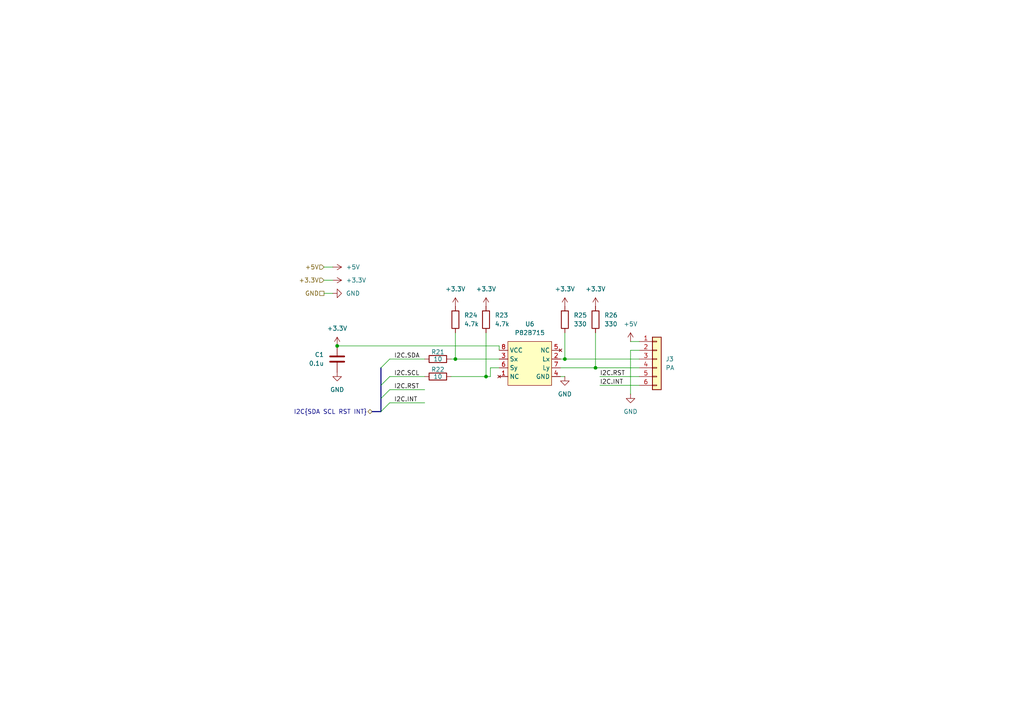
<source format=kicad_sch>
(kicad_sch (version 20250114) (generator "eeschema") (generator_version "9.0")
  (paper "A4")
  (lib_symbols
    (symbol "Connector_Generic:Conn_01x06" (pin_names (offset 1.016) (hide yes))
      (property "Reference" "J" (at 0 7.62 0))
      (property "Value" "Conn_01x06" (at 0 -10.16 0))
      (symbol "Conn_01x06_1_1"
        (rectangle (start -1.27 6.35) (end 1.27 -8.89) (stroke (width 0.254)) (fill (type background)))
        (rectangle (start -1.27 5.207) (end 0 4.953) (stroke (width 0.1524)))
        (rectangle (start -1.27 2.667) (end 0 2.413) (stroke (width 0.1524)))
        (rectangle (start -1.27 0.127) (end 0 -0.127) (stroke (width 0.1524)))
        (rectangle (start -1.27 -2.413) (end 0 -2.667) (stroke (width 0.1524)))
        (rectangle (start -1.27 -4.953) (end 0 -5.207) (stroke (width 0.1524)))
        (rectangle (start -1.27 -7.493) (end 0 -7.747) (stroke (width 0.1524)))
        (pin passive line (at -5.08 5.08 0) (length 3.81) (name "Pin_1") (number "1"))
        (pin passive line (at -5.08 2.54 0) (length 3.81) (name "Pin_2") (number "2"))
        (pin passive line (at -5.08 0 0) (length 3.81) (name "Pin_3") (number "3"))
        (pin passive line (at -5.08 -2.54 0) (length 3.81) (name "Pin_4") (number "4"))
        (pin passive line (at -5.08 -5.08 0) (length 3.81) (name "Pin_5") (number "5"))
        (pin passive line (at -5.08 -7.62 0) (length 3.81) (name "Pin_6") (number "6"))
      )
    )
    (symbol "Device:C" (pin_numbers (hide yes)) (pin_names (offset 0.254))
      (property "Reference" "C" (at 0.635 2.54 0))
      (property "Value" "C" (at 0.635 -2.54 0))
      (symbol "C_0_1"
        (polyline (pts (xy -2.032 0.762) (xy 2.032 0.762)) (stroke (width 0.508)))
        (polyline (pts (xy -2.032 -0.762) (xy 2.032 -0.762)) (stroke (width 0.508)))
      )
      (symbol "C_1_1"
        (pin passive line (at 0 3.81 270) (length 2.794) (name "~") (number "1"))
        (pin passive line (at 0 -3.81 90) (length 2.794) (name "~") (number "2"))
      )
    )
    (symbol "Device:R" (pin_numbers (hide yes)) (pin_names (offset 0))
      (property "Reference" "R" (at 2.032 0 90))
      (property "Value" "R" (at 0 0 90))
      (symbol "R_0_1"
        (rectangle (start -1.016 -2.54) (end 1.016 2.54) (stroke (width 0.254)))
      )
      (symbol "R_1_1"
        (pin passive line (at 0 3.81 270) (length 1.27) (name "~") (number "1"))
        (pin passive line (at 0 -3.81 90) (length 1.27) (name "~") (number "2"))
      )
    )
    (symbol "mylib:P82B715"
      (property "Reference" "U" (at 0 2.794 0))
      (property "Value" "P82B715" (at 0 1.016 0))
      (symbol "P82B715_1_1"
        (rectangle (start -6.35 0) (end 6.35 -12.7) (fill (type background)))
        (pin power_in line (at -8.89 -2.54 0) (length 2.54) (name "VCC") (number "8"))
        (pin bidirectional line (at -8.89 -5.08 0) (length 2.54) (name "Sx") (number "3"))
        (pin bidirectional line (at -8.89 -7.62 0) (length 2.54) (name "Sy") (number "6"))
        (pin no_connect line (at -8.89 -10.16 0) (length 2.54) (name "NC") (number "1"))
        (pin no_connect line (at 8.89 -2.54 180) (length 2.54) (name "NC") (number "5"))
        (pin bidirectional line (at 8.89 -5.08 180) (length 2.54) (name "Lx") (number "2"))
        (pin bidirectional line (at 8.89 -7.62 180) (length 2.54) (name "Ly") (number "7"))
        (pin power_in line (at 8.89 -10.16 180) (length 2.54) (name "GND") (number "4"))
      )
    )
    (symbol "power:+5V" (power) (pin_numbers (hide yes)) (pin_names (offset 0) (hide yes))
      (property "Value" "+5V" (at 0 3.556 0))
      (symbol "+5V_0_1"
        (polyline (pts (xy -0.762 1.27) (xy 0 2.54)))
        (polyline (pts (xy 0 2.54) (xy 0.762 1.27)))
        (polyline (pts (xy 0 0) (xy 0 2.54)))
      )
      (symbol "+5V_1_1"
        (pin power_in line (at 0 0 90) (length 0) (name "~") (number "1"))
      )
    )
    (symbol "power:GND" (power) (pin_numbers (hide yes)) (pin_names (offset 0) (hide yes))
      (property "Value" "GND" (at 0 -3.81 0))
      (symbol "GND_0_1"
        (polyline (pts (xy 0 0) (xy 0 -1.27) (xy 1.27 -1.27) (xy 0 -2.54) (xy -1.27 -1.27) (xy 0 -1.27)))
      )
      (symbol "GND_1_1"
        (pin power_in line (at 0 0 270) (length 0) (name "~") (number "1"))
      )
    )
  )
  (junction (at 132.08 104.14))
  (junction (at 97.79 100.33))
  (junction (at 172.72 106.68))
  (junction (at 163.83 104.14))
  (junction (at 140.97 109.22))
  (bus_entry (at 110.49 111.76) (size 2.54 -2.54))
  (bus_entry (at 110.49 106.68) (size 2.54 -2.54))
  (bus_entry (at 110.49 119.38) (size 2.54 -2.54))
  (bus_entry (at 110.49 115.57) (size 2.54 -2.54))
  (wire (pts (xy 113.03 109.22) (xy 123.19 109.22)))
  (wire (pts (xy 142.24 106.68) (xy 144.78 106.68)))
  (wire (pts (xy 182.88 114.3) (xy 182.88 101.6)))
  (bus (pts (xy 110.49 106.68) (xy 110.49 111.76)))
  (wire (pts (xy 162.56 109.22) (xy 163.83 109.22)))
  (wire (pts (xy 162.56 106.68) (xy 172.72 106.68)))
  (wire (pts (xy 144.78 101.6) (xy 144.78 100.33)))
  (wire (pts (xy 182.88 99.06) (xy 185.42 99.06)))
  (wire (pts (xy 163.83 96.52) (xy 163.83 104.14)))
  (wire (pts (xy 113.03 104.14) (xy 123.19 104.14)))
  (wire (pts (xy 172.72 106.68) (xy 185.42 106.68)))
  (wire (pts (xy 132.08 104.14) (xy 144.78 104.14)))
  (wire (pts (xy 140.97 109.22) (xy 142.24 109.22)))
  (wire (pts (xy 113.03 113.03) (xy 123.19 113.03)))
  (wire (pts (xy 130.81 104.14) (xy 132.08 104.14)))
  (wire (pts (xy 93.98 85.09) (xy 96.52 85.09)))
  (wire (pts (xy 93.98 77.47) (xy 96.52 77.47)))
  (wire (pts (xy 172.72 96.52) (xy 172.72 106.68)))
  (bus (pts (xy 107.95 119.38) (xy 110.49 119.38)))
  (bus (pts (xy 110.49 115.57) (xy 110.49 119.38)))
  (wire (pts (xy 93.98 81.28) (xy 96.52 81.28)))
  (wire (pts (xy 140.97 96.52) (xy 140.97 109.22)))
  (wire (pts (xy 130.81 109.22) (xy 140.97 109.22)))
  (wire (pts (xy 163.83 104.14) (xy 185.42 104.14)))
  (wire (pts (xy 113.03 116.84) (xy 123.19 116.84)))
  (wire (pts (xy 132.08 96.52) (xy 132.08 104.14)))
  (wire (pts (xy 173.99 109.22) (xy 185.42 109.22)))
  (wire (pts (xy 142.24 109.22) (xy 142.24 106.68)))
  (wire (pts (xy 173.99 111.76) (xy 185.42 111.76)))
  (wire (pts (xy 162.56 104.14) (xy 163.83 104.14)))
  (wire (pts (xy 97.79 100.33) (xy 144.78 100.33)))
  (wire (pts (xy 182.88 101.6) (xy 185.42 101.6)))
  (bus (pts (xy 110.49 111.76) (xy 110.49 115.57)))
  (label "I2C.SCL" (at 114.3 109.22 0))
  (label "I2C.SDA" (at 114.3 104.14 0))
  (label "I2C.INT" (at 114.3 116.84 0))
  (label "I2C.RST" (at 173.99 109.22 0))
  (label "I2C.INT" (at 173.99 111.76 0))
  (label "I2C.RST" (at 114.3 113.03 0))
  (hierarchical_label "GND" (shape passive) (at 93.98 85.09 180))
  (hierarchical_label "I2C{SDA SCL RST INT}" (shape bidirectional) (at 107.95 119.38 180))
  (hierarchical_label "+5V" (shape input) (at 93.98 77.47 180))
  (hierarchical_label "+3.3V" (shape input) (at 93.98 81.28 180))
  (symbol (lib_id "power:GND") (at 96.52 85.09 90) (unit 1)
    (property "Reference" "#PWR077" (effects (hide yes)))
    (property "Value" "GND" (at 100.33 85.0899 90) (effects (justify right)))
    (property "Description" "Power symbol creates a global label with name \"GND\" , ground" (effects (hide yes)))
  )
  (symbol (lib_id "Device:R") (at 172.72 92.71 0) (unit 1)
    (property "Reference" "R26" (at 175.26 91.4399 0) (effects (justify left)))
    (property "Value" "330" (at 175.26 93.9799 0) (effects (justify left)))
    (property "Footprint" "Resistor_SMD:R_0402_1005Metric" (effects (hide yes)))
    (property "Description" "Resistor" (effects (hide yes)))
  )
  (symbol (lib_id "Device:R") (at 127 104.14 90) (unit 1)
    (property "Reference" "R21" (at 127 102.108 90))
    (property "Value" "10" (at 127 104.14 90))
    (property "Footprint" "Resistor_SMD:R_0402_1005Metric" (effects (hide yes)))
    (property "Description" "Resistor" (effects (hide yes)))
  )
  (symbol (lib_id "power:+5V") (at 97.79 100.33 0) (unit 1)
    (property "Reference" "#PWR067" (effects (hide yes)))
    (property "Value" "+3.3V" (at 97.79 95.25 0))
    (property "Description" "Power symbol creates a global label with name \"+5V\"" (effects (hide yes)))
  )
  (symbol (lib_id "Device:R") (at 163.83 92.71 0) (unit 1)
    (property "Reference" "R25" (at 166.37 91.4399 0) (effects (justify left)))
    (property "Value" "330" (at 166.37 93.9799 0) (effects (justify left)))
    (property "Footprint" "Resistor_SMD:R_0402_1005Metric" (effects (hide yes)))
    (property "Description" "Resistor" (effects (hide yes)))
  )
  (symbol (lib_id "power:+5V") (at 182.88 99.06 0) (unit 1)
    (property "Reference" "#PWR070" (effects (hide yes)))
    (property "Value" "+5V" (at 182.88 93.98 0))
    (property "Description" "Power symbol creates a global label with name \"+5V\"" (effects (hide yes)))
  )
  (symbol (lib_id "Device:R") (at 132.08 92.71 0) (unit 1)
    (property "Reference" "R24" (at 134.62 91.4399 0) (effects (justify left)))
    (property "Value" "4.7k" (at 134.62 93.9799 0) (effects (justify left)))
    (property "Footprint" "Resistor_SMD:R_0402_1005Metric" (effects (hide yes)))
    (property "Description" "Resistor" (effects (hide yes)))
  )
  (symbol (lib_id "power:+5V") (at 172.72 88.9 0) (unit 1)
    (property "Reference" "#PWR074" (effects (hide yes)))
    (property "Value" "+3.3V" (at 172.72 83.82 0))
    (property "Description" "Power symbol creates a global label with name \"+5V\"" (effects (hide yes)))
  )
  (symbol (lib_id "mylib:P82B715") (at 153.67 99.06 0) (unit 1)
    (property "Reference" "U6" (at 153.67 93.98 0))
    (property "Value" "P82B715" (at 153.67 96.52 0))
    (property "Footprint" "Package_SO:SOIC-8_3.9x4.9mm_P1.27mm" (effects (hide yes)))
  )
  (symbol (lib_id "power:GND") (at 182.88 114.3 0) (unit 1)
    (property "Reference" "#PWR069" (effects (hide yes)))
    (property "Value" "GND" (at 182.88 119.38 0))
    (property "Description" "Power symbol creates a global label with name \"GND\" , ground" (effects (hide yes)))
  )
  (symbol (lib_id "Device:C") (at 97.79 104.14 0) (unit 1)
    (property "Reference" "C1" (at 93.98 102.8699 0) (effects (justify right)))
    (property "Value" "0.1u" (at 93.98 105.4099 0) (effects (justify right)))
    (property "Footprint" "Capacitor_SMD:C_0402_1005Metric" (effects (hide yes)))
    (property "Description" "Unpolarized capacitor" (effects (hide yes)))
  )
  (symbol (lib_id "power:GND") (at 163.83 109.22 0) (unit 1)
    (property "Reference" "#PWR068" (effects (hide yes)))
    (property "Value" "GND" (at 163.83 114.3 0))
    (property "Description" "Power symbol creates a global label with name \"GND\" , ground" (effects (hide yes)))
  )
  (symbol (lib_id "power:+5V") (at 96.52 81.28 270) (unit 1)
    (property "Reference" "#PWR075" (effects (hide yes)))
    (property "Value" "+3.3V" (at 100.33 81.2799 90) (effects (justify left)))
    (property "Description" "Power symbol creates a global label with name \"+5V\"" (effects (hide yes)))
  )
  (symbol (lib_id "power:+5V") (at 140.97 88.9 0) (unit 1)
    (property "Reference" "#PWR072" (effects (hide yes)))
    (property "Value" "+3.3V" (at 140.97 83.82 0))
    (property "Description" "Power symbol creates a global label with name \"+5V\"" (effects (hide yes)))
  )
  (symbol (lib_id "power:+5V") (at 96.52 77.47 270) (unit 1)
    (property "Reference" "#PWR076" (effects (hide yes)))
    (property "Value" "+5V" (at 100.33 77.4699 90) (effects (justify left)))
    (property "Description" "Power symbol creates a global label with name \"+5V\"" (effects (hide yes)))
  )
  (symbol (lib_id "Device:R") (at 127 109.22 90) (unit 1)
    (property "Reference" "R22" (at 127 107.188 90))
    (property "Value" "10" (at 127 109.22 90))
    (property "Footprint" "Resistor_SMD:R_0402_1005Metric" (effects (hide yes)))
    (property "Description" "Resistor" (effects (hide yes)))
  )
  (symbol (lib_id "Connector_Generic:Conn_01x06") (at 190.5 104.14 0) (unit 1)
    (property "Reference" "J3" (at 193.04 104.1399 0) (effects (justify left)))
    (property "Value" "PA" (at 193.04 106.6799 0) (effects (justify left)))
    (property "Footprint" "mylib:S06B-PASK-2" (effects (hide yes)))
    (property "Description" "Generic connector, single row, 01x06, script generated (kicad-library-utils/schlib/autogen/connector/)" (effects (hide yes)))
  )
  (symbol (lib_id "Device:R") (at 140.97 92.71 0) (unit 1)
    (property "Reference" "R23" (at 143.51 91.4399 0) (effects (justify left)))
    (property "Value" "4.7k" (at 143.51 93.9799 0) (effects (justify left)))
    (property "Footprint" "Resistor_SMD:R_0402_1005Metric" (effects (hide yes)))
    (property "Description" "Resistor" (effects (hide yes)))
  )
  (symbol (lib_id "power:GND") (at 97.79 107.95 0) (unit 1)
    (property "Reference" "#PWR066" (effects (hide yes)))
    (property "Value" "GND" (at 97.79 113.03 0))
    (property "Description" "Power symbol creates a global label with name \"GND\" , ground" (effects (hide yes)))
  )
  (symbol (lib_id "power:+5V") (at 163.83 88.9 0) (unit 1)
    (property "Reference" "#PWR073" (effects (hide yes)))
    (property "Value" "+3.3V" (at 163.83 83.82 0))
    (property "Description" "Power symbol creates a global label with name \"+5V\"" (effects (hide yes)))
  )
  (symbol (lib_id "power:+5V") (at 132.08 88.9 0) (unit 1)
    (property "Reference" "#PWR071" (effects (hide yes)))
    (property "Value" "+3.3V" (at 132.08 83.82 0))
    (property "Description" "Power symbol creates a global label with name \"+5V\"" (effects (hide yes)))
  )
)
</source>
